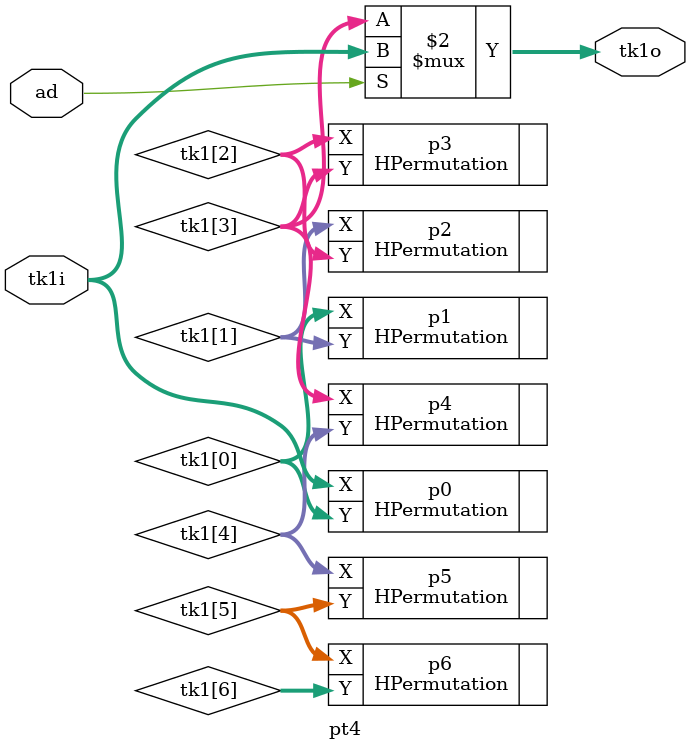
<source format=v>
module pt4 (/*AUTOARG*/
   // Outputs
   tk1o,
   // Inputs
   tk1i, ad
   ) ;
   output [63:0] tk1o;
   input  [63:0] tk1i;
   input 	 ad;   

   wire [63:0]   tk1 [6:0];   

   HPermutation p0 (.Y(tk1[0]),.X(tk1i));
   HPermutation p1 (.Y(tk1[1]),.X(tk1[0]));
   HPermutation p2 (.Y(tk1[2]),.X(tk1[1]));
   HPermutation p3 (.Y(tk1[3]),.X(tk1[2]));
   HPermutation p4 (.Y(tk1[4]),.X(tk1[3]));
   HPermutation p5 (.Y(tk1[5]),.X(tk1[4]));
   HPermutation p6 (.Y(tk1[6]),.X(tk1[5]));

   assign tk1o = (ad == 0) ? tk1[3] : tk1i;

 
   
endmodule // pt8lfsr228

</source>
